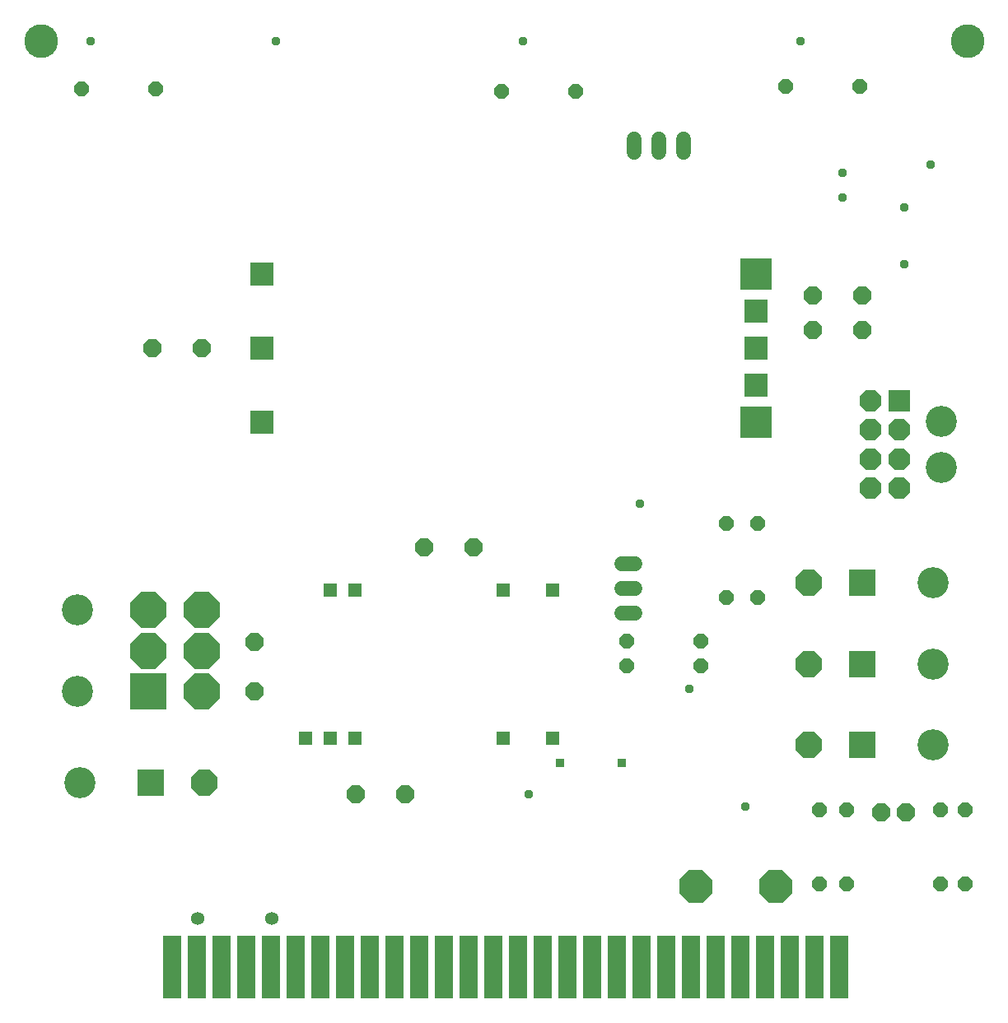
<source format=gbs>
G75*
%MOIN*%
%OFA0B0*%
%FSLAX25Y25*%
%IPPOS*%
%LPD*%
%AMOC8*
5,1,8,0,0,1.08239X$1,22.5*
%
%ADD10C,0.13650*%
%ADD11R,0.07300X0.25800*%
%ADD12OC8,0.14580*%
%ADD13R,0.14580X0.14580*%
%ADD14C,0.12611*%
%ADD15R,0.09800X0.09800*%
%ADD16R,0.12800X0.12800*%
%ADD17OC8,0.06000*%
%ADD18R,0.05800X0.05800*%
%ADD19OC8,0.10800*%
%ADD20R,0.10800X0.10800*%
%ADD21OC8,0.08800*%
%ADD22R,0.08800X0.08800*%
%ADD23C,0.06000*%
%ADD24OC8,0.07100*%
%ADD25OC8,0.13200*%
%ADD26C,0.03778*%
%ADD27C,0.05353*%
%ADD28R,0.03778X0.03778*%
D10*
X0014500Y0392500D03*
X0389500Y0392500D03*
D11*
X0067750Y0017500D03*
X0077750Y0017500D03*
X0087750Y0017500D03*
X0097750Y0017500D03*
X0107750Y0017500D03*
X0117750Y0017500D03*
X0127750Y0017500D03*
X0137750Y0017500D03*
X0147750Y0017500D03*
X0157750Y0017500D03*
X0167750Y0017500D03*
X0177750Y0017500D03*
X0187750Y0017500D03*
X0197750Y0017500D03*
X0207750Y0017500D03*
X0217750Y0017500D03*
X0227750Y0017500D03*
X0237750Y0017500D03*
X0247750Y0017500D03*
X0257750Y0017500D03*
X0267750Y0017500D03*
X0277750Y0017500D03*
X0287750Y0017500D03*
X0297750Y0017500D03*
X0307750Y0017500D03*
X0317750Y0017500D03*
X0327750Y0017500D03*
X0337750Y0017500D03*
D12*
X0079700Y0129002D03*
X0079700Y0145502D03*
X0079700Y0162002D03*
X0058000Y0162002D03*
X0058000Y0145502D03*
D13*
X0058000Y0129002D03*
D14*
X0029260Y0129002D03*
X0029260Y0162002D03*
X0030260Y0092000D03*
X0375740Y0107500D03*
X0375740Y0140000D03*
X0375740Y0173000D03*
X0379008Y0219748D03*
X0379008Y0238252D03*
D15*
X0304000Y0253000D03*
X0304000Y0268000D03*
X0304000Y0283000D03*
X0104000Y0268000D03*
X0104000Y0238000D03*
X0104000Y0298000D03*
D16*
X0304000Y0298000D03*
X0304000Y0238000D03*
D17*
X0304500Y0197000D03*
X0292000Y0197000D03*
X0292000Y0167000D03*
X0304500Y0167000D03*
X0281500Y0149500D03*
X0281500Y0139500D03*
X0251500Y0139500D03*
X0251500Y0149500D03*
X0329500Y0081000D03*
X0340500Y0081000D03*
X0340500Y0051000D03*
X0329500Y0051000D03*
X0378500Y0051000D03*
X0388500Y0051000D03*
X0388500Y0081000D03*
X0378500Y0081000D03*
X0346000Y0374000D03*
X0316000Y0374000D03*
X0231000Y0372000D03*
X0201000Y0372000D03*
X0061000Y0373000D03*
X0031000Y0373000D03*
D18*
X0131500Y0170000D03*
X0141500Y0170000D03*
X0141500Y0110000D03*
X0131500Y0110000D03*
X0121500Y0110000D03*
X0201500Y0110000D03*
X0221500Y0110000D03*
X0221500Y0170000D03*
X0201500Y0170000D03*
D19*
X0080700Y0092000D03*
X0325300Y0107500D03*
X0325300Y0140000D03*
X0325300Y0173000D03*
D20*
X0347000Y0173000D03*
X0347000Y0140000D03*
X0347000Y0107500D03*
X0059000Y0092000D03*
D21*
X0350189Y0211283D03*
X0362000Y0211283D03*
X0362000Y0223094D03*
X0350189Y0223094D03*
X0350189Y0234906D03*
X0350189Y0246717D03*
X0362000Y0234906D03*
D22*
X0362000Y0246717D03*
D23*
X0274500Y0347400D02*
X0274500Y0352600D01*
X0264500Y0352600D02*
X0264500Y0347400D01*
X0254500Y0347400D02*
X0254500Y0352600D01*
X0254800Y0180600D02*
X0249600Y0180600D01*
X0249600Y0170600D02*
X0254800Y0170600D01*
X0254800Y0160600D02*
X0249600Y0160600D01*
D24*
X0189500Y0187500D03*
X0169500Y0187500D03*
X0101000Y0149000D03*
X0101000Y0129000D03*
X0142000Y0087500D03*
X0162000Y0087500D03*
X0079500Y0268000D03*
X0059500Y0268000D03*
X0327000Y0275500D03*
X0327000Y0289500D03*
X0347000Y0289500D03*
X0347000Y0275500D03*
X0354500Y0080000D03*
X0364500Y0080000D03*
D25*
X0312000Y0050000D03*
X0279500Y0050000D03*
D26*
X0299500Y0082500D03*
X0277000Y0130000D03*
X0212000Y0087500D03*
X0257000Y0205000D03*
X0364000Y0302000D03*
X0364000Y0325000D03*
X0374500Y0342500D03*
X0339000Y0339000D03*
X0339000Y0329000D03*
X0322000Y0392500D03*
X0209500Y0392500D03*
X0109500Y0392500D03*
X0034500Y0392500D03*
D27*
X0078000Y0037000D03*
X0108000Y0037000D03*
D28*
X0224500Y0100000D03*
X0249500Y0100000D03*
M02*

</source>
